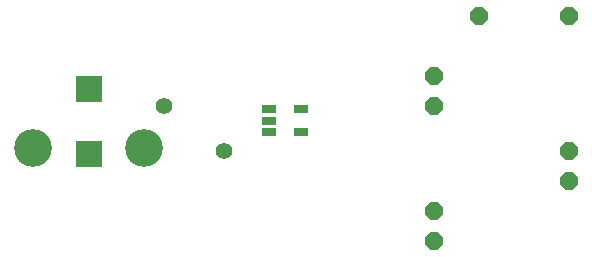
<source format=gts>
G75*
%MOIN*%
%OFA0B0*%
%FSLAX25Y25*%
%IPPOS*%
%LPD*%
%AMOC8*
5,1,8,0,0,1.08239X$1,22.5*
%
%ADD10OC8,0.06000*%
%ADD11R,0.05131X0.03162*%
%ADD12R,0.09068X0.09068*%
%ADD13C,0.12611*%
%ADD14C,0.05524*%
D10*
X0157000Y0042000D03*
X0157000Y0052000D03*
X0202000Y0062000D03*
X0202000Y0072000D03*
X0157000Y0087000D03*
X0157000Y0097000D03*
X0172000Y0117000D03*
X0202000Y0117000D03*
D11*
X0112906Y0085937D03*
X0112906Y0078457D03*
X0102276Y0078457D03*
X0102276Y0082197D03*
X0102276Y0085937D03*
D12*
X0042000Y0071173D03*
X0042000Y0092827D03*
D13*
X0023496Y0072984D03*
X0060504Y0072984D03*
D14*
X0067000Y0087000D03*
X0087000Y0072000D03*
M02*

</source>
